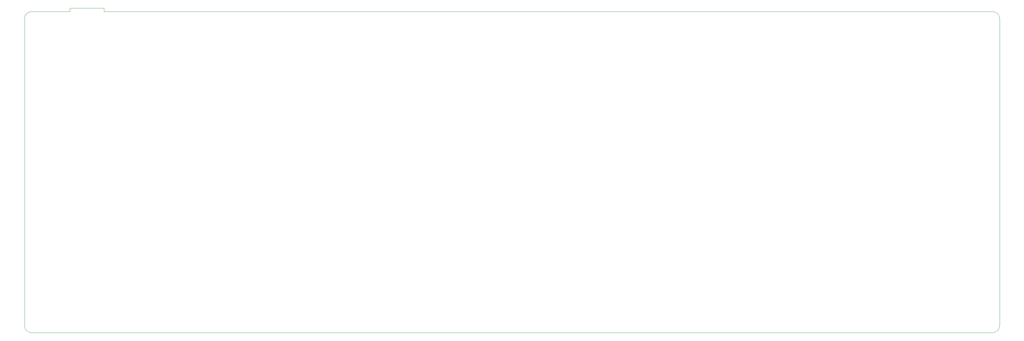
<source format=gm1>
G04 #@! TF.FileFunction,Profile,NP*
%FSLAX46Y46*%
G04 Gerber Fmt 4.6, Leading zero omitted, Abs format (unit mm)*
G04 Created by KiCad (PCBNEW (2016-01-20 BZR 6502, Git 4c1d9af)-product) date 2/15/2016 2:16:01 AM*
%MOMM*%
G01*
G04 APERTURE LIST*
%ADD10C,0.150000*%
%ADD11C,0.099060*%
G04 APERTURE END LIST*
D10*
D11*
X75510000Y-64928750D02*
X64325500Y-64928750D01*
X85510000Y-64928750D02*
X345249500Y-64928750D01*
X85510000Y-63920000D02*
X85510000Y-64928750D01*
X75510000Y-63920000D02*
X85510000Y-63920000D01*
X75510000Y-64928750D02*
X75510000Y-63920000D01*
X64325500Y-158908750D02*
X345249500Y-158908750D01*
X62293500Y-156876750D02*
G75*
G03X64325500Y-158908750I2032000J0D01*
G01*
X347281500Y-66960750D02*
G75*
G03X345249500Y-64928750I-2032000J0D01*
G01*
X347281500Y-156876750D02*
X347281500Y-66960750D01*
X345249500Y-158908750D02*
G75*
G03X347281500Y-156876750I0J2032000D01*
G01*
X62293500Y-66960750D02*
X62293500Y-156876750D01*
X64325500Y-64928750D02*
G75*
G03X62293500Y-66960750I0J-2032000D01*
G01*
M02*

</source>
